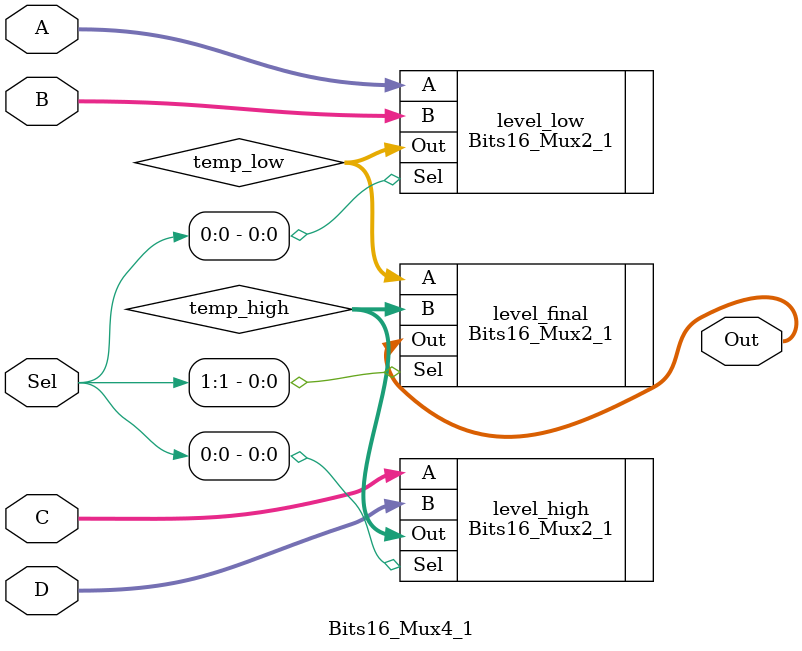
<source format=v>

module Bits16_Mux4_1(A, B, C, D, Sel, Out);

	// Declare inputs and outputs
	input [1:0] Sel;
	input [15:0] A, B, C, D;
	output [15:0] Out;
	
	
	// Declare wires
	wire [15:0] temp_low, temp_high;
	
	
	// Instantiate required logic
	Bits16_Mux2_1   level_low(.A(A[15:0]), .B(B[15:0]), .Sel(Sel[0]), .Out(temp_low[15:0]));
	Bits16_Mux2_1  level_high(.A(C[15:0]), .B(D[15:0]), .Sel(Sel[0]), .Out(temp_high[15:0]));
	Bits16_Mux2_1 level_final(.A(temp_low), .B(temp_high), .Sel(Sel[1]), .Out(Out[15:0]));
	
	
endmodule








</source>
